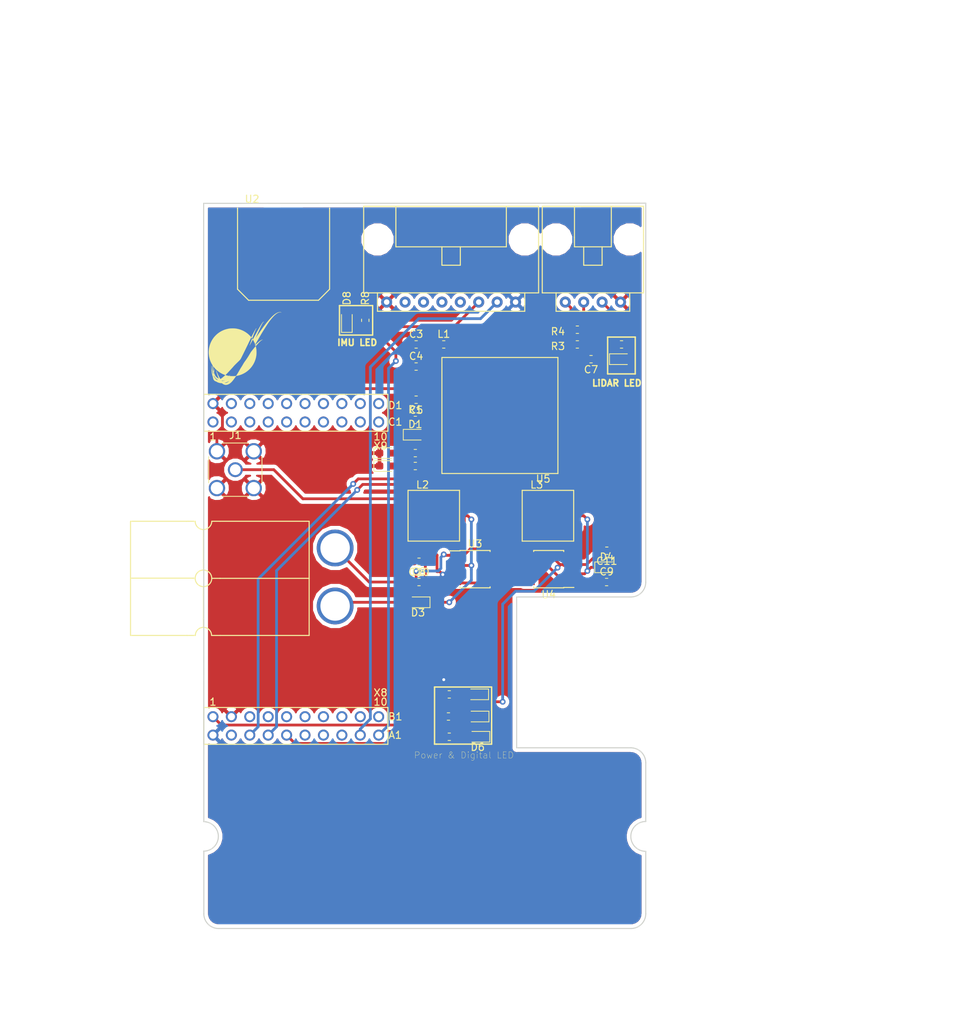
<source format=kicad_pcb>
(kicad_pcb (version 20171130) (host pcbnew "(5.0.0)")
  (layers (0 F.Cu signal) (31 B.Cu signal) (34 B.Paste user) (35 F.Paste user) (36 B.SilkS user) (37 F.SilkS user) (38 B.Mask user) (39 F.Mask user) (44 Edge.Cuts user))
  (net 0 "")
  (net 1 GND)
  (net 2 VBACKUP)
  (net 3 INT2AG)
  (net 4 INT1AG)
  (net 5 INTM)
  (net 6 DRDYM)
  (net 7 +3V3)
  (net 8 "Net-(D1-Pad2)")
  (net 9 "Net-(D2-Pad2)")
  (net 10 "Net-(R1-Pad1)")
  (net 11 "Net-(U1-PadPE4)")
  (net 12 "Net-(U1-PadPE5)")
  (net 13 "Net-(U1-PadPD3)")
  (net 14 "SCL(0)")
  (net 15 "SDA(0)")
  (net 16 "Net-(U1-PadPE0)")
  (net 17 "Net-(U1-PadPE1)")
  (net 18 "Net-(U1-PadPE2)")
  (net 19 "Net-(U1-PadPE3)")
  (net 20 "Net-(U1-PadPD7)")
  (net 21 "Net-(U1-PadPA6)")
  (net 22 "Net-(U1-PadPM4)")
  (net 23 "Net-(U1-PadPM5)")
  (net 24 "Net-(U1-PadPM3)")
  (net 25 "Net-(U1-PadPH2)")
  (net 26 "Net-(U1-PadPH3)")
  (net 27 "Net-(U1-PadRese)")
  (net 28 "Net-(U1-PadPD1)")
  (net 29 "Net-(U1-PadPD0)")
  (net 30 "Net-(U1-PadPN2)")
  (net 31 "Net-(U1-PadPN3)")
  (net 32 "Net-(U1-PadPP2)")
  (net 33 "Net-(U5-Pad2)")
  (net 34 "Net-(U5-Pad6)")
  (net 35 "Net-(U5-Pad7)")
  (net 36 "Net-(U5-Pad14)")
  (net 37 "Net-(U5-Pad15)")
  (net 38 "Net-(U5-Pad16)")
  (net 39 "Net-(U5-Pad17)")
  (net 40 "Net-(U5-Pad18)")
  (net 41 "Net-(U5-Pad20)")
  (net 42 +5V)
  (net 43 LIDAR_SCL)
  (net 44 LIDAR_SDA)
  (net 45 "Net-(C3-Pad2)")
  (net 46 "Net-(C8-Pad1)")
  (net 47 "Net-(C10-Pad1)")
  (net 48 "Net-(D3-Pad1)")
  (net 49 "Net-(D4-Pad1)")
  (net 50 "Net-(D5-Pad2)")
  (net 51 "Net-(D6-Pad2)")
  (net 52 "Net-(D7-Pad2)")
  (net 53 "Net-(D8-Pad2)")
  (net 54 "Net-(D9-Pad2)")
  (net 55 "Net-(D10-Pad2)")
  (net 56 /EXAnt)
  (net 57 "TivaRX(7)")
  (net 58 "TivaTX(7)")
  (net 59 "Net-(U1-PadPC7)")
  (net 60 "Net-(U5-Pad13)")
  (net 61 Error_LED)
  (module Capacitor_SMD:C_0603_1608Metric_Pad1.05x0.95mm_HandSolder (layer F.Cu) (at 144.526 71.882)
    (fp_text reference C3 (at 0 -1.43) (layer F.SilkS))
    (fp_text value 1uF)
    (pad 1 smd roundrect (at -0.875 0) (size 1.05 0.95) (layers F.Cu F.Paste F.Mask) (net 1 GND))
    (pad 2 smd roundrect (at 0.875 0) (size 1.05 0.95) (layers F.Cu F.Paste F.Mask) (net 45 "Net-(C3-Pad2)"))
  )
  (module Capacitor_SMD:C_0603_1608Metric_Pad1.05x0.95mm_HandSolder (layer F.Cu) (at 144.526 74.93)
    (fp_text reference C4 (at 0 -1.43) (layer F.SilkS))
    (fp_text value 0.01uF)
    (pad 2 smd roundrect (at 0.875 0) (size 1.05 0.95) (layers F.Cu F.Paste F.Mask) (net 45 "Net-(C3-Pad2)"))
    (pad 1 smd roundrect (at -0.875 0) (size 1.05 0.95) (layers F.Cu F.Paste F.Mask) (net 1 GND))
  )
  (module Capacitor_SMD:C_0603_1608Metric_Pad1.05x0.95mm_HandSolder (layer F.Cu) (at 144.526 79.502 180)
    (fp_text reference C5 (at 0 -1.43 180) (layer F.SilkS))
    (fp_text value 1uF)
    (pad 2 smd roundrect (at 0.875 0 180) (size 1.05 0.95) (layers F.Cu F.Paste F.Mask) (net 1 GND))
    (pad 1 smd roundrect (at -0.875 0 180) (size 1.05 0.95) (layers F.Cu F.Paste F.Mask) (net 2 VBACKUP))
  )
  (module Capacitor_SMD:C_0603_1608Metric_Pad1.05x0.95mm_HandSolder (layer F.Cu) (at 168.656 73.914 180)
    (fp_text reference C7 (at 0 -1.43 180) (layer F.SilkS))
    (fp_text value 680uF)
    (pad 1 smd roundrect (at -0.875 0 180) (size 1.05 0.95) (layers F.Cu F.Paste F.Mask) (net 1 GND))
    (pad 2 smd roundrect (at 0.875 0 180) (size 1.05 0.95) (layers F.Cu F.Paste F.Mask) (net 42 +5V))
  )
  (module Capacitor_SMD:C_0603_1608Metric_Pad1.05x0.95mm_HandSolder (layer F.Cu) (at 144.921 104.648)
    (fp_text reference C8 (at 0 -1.43) (layer F.SilkS))
    (fp_text value 10u)
    (pad 1 smd roundrect (at -0.875 0) (size 1.05 0.95) (layers F.Cu F.Paste F.Mask) (net 46 "Net-(C8-Pad1)"))
    (pad 2 smd roundrect (at 0.875 0) (size 1.05 0.95) (layers F.Cu F.Paste F.Mask) (net 47 "Net-(C10-Pad1)"))
  )
  (module Capacitor_SMD:C_0603_1608Metric_Pad1.05x0.95mm_HandSolder (layer F.Cu) (at 170.801 104.648)
    (fp_text reference C9 (at 0 -1.43) (layer F.SilkS))
    (fp_text value 10u)
    (pad 1 smd roundrect (at -0.875 0) (size 1.05 0.95) (layers F.Cu F.Paste F.Mask) (net 46 "Net-(C8-Pad1)"))
    (pad 2 smd roundrect (at 0.875 0) (size 1.05 0.95) (layers F.Cu F.Paste F.Mask) (net 1 GND))
  )
  (module Capacitor_SMD:C_0603_1608Metric_Pad1.05x0.95mm_HandSolder (layer F.Cu) (at 144.921 101.854 180)
    (fp_text reference C10 (at 0 -1.43 180) (layer F.SilkS))
    (fp_text value 10u)
    (pad 2 smd roundrect (at 0.875 0 180) (size 1.05 0.95) (layers F.Cu F.Paste F.Mask) (net 7 +3V3))
    (pad 1 smd roundrect (at -0.875 0 180) (size 1.05 0.95) (layers F.Cu F.Paste F.Mask) (net 47 "Net-(C10-Pad1)"))
  )
  (module Capacitor_SMD:C_0603_1608Metric_Pad1.05x0.95mm_HandSolder (layer F.Cu) (at 170.829 100.33 180)
    (fp_text reference C11 (at 0 -1.43 180) (layer F.SilkS))
    (fp_text value 10u)
    (pad 2 smd roundrect (at 0.875 0 180) (size 1.05 0.95) (layers F.Cu F.Paste F.Mask) (net 42 +5V))
    (pad 1 smd roundrect (at -0.875 0 180) (size 1.05 0.95) (layers F.Cu F.Paste F.Mask) (net 1 GND))
  )
  (module MRDT_Connectors:Anderson_2_Horisontal_Side_by_Side (layer F.Cu) (at 129.7686 112.013)
    (fp_text reference Conn1 hide)
    (fp_text value AndersonPP)
    (pad 1 thru_hole circle (at 3.5814 -4.063) (size 5.08 5.08) (drill 4.06) (layers *.Cu *.Mask F.Paste) (net 47 "Net-(C10-Pad1)"))
    (pad 2 thru_hole circle (at 3.5814 -12.064) (size 5.08 5.08) (drill 4.06) (layers *.Cu *.Mask F.Paste) (net 46 "Net-(C8-Pad1)"))
  )
  (module MRDT_Connectors:MOLEX_SL_04_Horizontal (layer F.Cu) (at 168.91 66.04)
    (fp_text reference Conn2 hide)
    (fp_text value LiDAR)
    (pad 1 thru_hole circle (at -3.81 0) (size 1.524 1.524) (drill 0.762) (layers *.Cu *.Mask) (net 42 +5V))
    (pad 2 thru_hole circle (at -1.27 0) (size 1.524 1.524) (drill 0.762) (layers *.Cu *.Mask) (net 43 LIDAR_SCL))
    (pad 3 thru_hole circle (at 1.27 0) (size 1.524 1.524) (drill 0.762) (layers *.Cu *.Mask) (net 44 LIDAR_SDA))
    (pad 4 thru_hole circle (at 3.81 0) (size 1.524 1.524) (drill 0.762) (layers *.Cu *.Mask) (net 1 GND))
    (pad "" np_thru_hole circle (at -5.08 -8.636) (size 3.45 3.45) (drill 3.45) (layers *.Cu *.Mask))
    (pad "" np_thru_hole circle (at 5.08 -8.636) (size 3.45 3.45) (drill 3.45) (layers *.Cu *.Mask))
  )
  (module MRDT_Connectors:MOLEX_SL_08_Horizontal (layer F.Cu) (at 149.352 66.04)
    (fp_text reference Conn3 hide)
    (fp_text value Molex_SL_08)
    (pad 1 thru_hole circle (at -8.89 0) (size 1.524 1.524) (drill 0.762) (layers *.Cu *.Mask) (net 1 GND))
    (pad 2 thru_hole circle (at -6.35 0) (size 1.524 1.524) (drill 0.762) (layers *.Cu *.Mask) (net 3 INT2AG))
    (pad 3 thru_hole circle (at -3.81 0) (size 1.524 1.524) (drill 0.762) (layers *.Cu *.Mask) (net 4 INT1AG))
    (pad 4 thru_hole circle (at -1.27 0) (size 1.524 1.524) (drill 0.762) (layers *.Cu *.Mask) (net 5 INTM))
    (pad 5 thru_hole circle (at 1.27 0) (size 1.524 1.524) (drill 0.762) (layers *.Cu *.Mask) (net 6 DRDYM))
    (pad "" np_thru_hole circle (at -10.16 -8.636) (size 3.45 3.45) (drill 3.45) (layers *.Cu *.Mask))
    (pad "" np_thru_hole circle (at 10.16 -8.636) (size 3.45 3.45) (drill 3.45) (layers *.Cu *.Mask))
    (pad 6 thru_hole circle (at 3.81 0) (size 1.524 1.524) (drill 0.762) (layers *.Cu *.Mask) (net 15 "SDA(0)"))
    (pad 7 thru_hole circle (at 6.35 0) (size 1.524 1.524) (drill 0.762) (layers *.Cu *.Mask) (net 14 "SCL(0)"))
    (pad 8 thru_hole circle (at 8.89 0) (size 1.524 1.524) (drill 0.762) (layers *.Cu *.Mask) (net 7 +3V3))
  )
  (module LED_SMD:LED_0603_1608Metric_Pad1.05x0.95mm_HandSolder (layer F.Cu) (at 144.413 84.328)
    (fp_text reference D1 (at 0 -1.43) (layer F.SilkS))
    (fp_text value FIX)
    (pad 2 smd roundrect (at 0.875 0) (size 1.05 0.95) (layers F.Cu F.Paste F.Mask) (net 8 "Net-(D1-Pad2)"))
    (pad 1 smd roundrect (at -0.875 0) (size 1.05 0.95) (layers F.Cu F.Paste F.Mask) (net 1 GND))
  )
  (module LED_SMD:LED_0603_1608Metric_Pad1.05x0.95mm_HandSolder (layer F.Cu) (at 152.857921 120.1335 180)
    (fp_text reference D2 hide)
    (fp_text value PWR)
    (pad 1 smd roundrect (at -0.875 0 180) (size 1.05 0.95) (layers F.Cu F.Paste F.Mask) (net 1 GND))
    (pad 2 smd roundrect (at 0.875 0 180) (size 1.05 0.95) (layers F.Cu F.Paste F.Mask) (net 9 "Net-(D2-Pad2)"))
  )
  (module Diode_SMD:D_0603_1608Metric_Pad1.05x0.95mm_HandSolder (layer F.Cu) (at 144.78 107.442 180)
    (fp_text reference D3 (at 0 -1.43 180) (layer F.SilkS))
    (fp_text value D_Schottky)
    (pad 2 smd roundrect (at 0.875 0 180) (size 1.05 0.95) (layers F.Cu F.Paste F.Mask) (net 47 "Net-(C10-Pad1)"))
    (pad 1 smd roundrect (at -0.875 0 180) (size 1.05 0.95) (layers F.Cu F.Paste F.Mask) (net 48 "Net-(D3-Pad1)"))
  )
  (module Diode_SMD:D_0603_1608Metric_Pad1.05x0.95mm_HandSolder (layer F.Cu) (at 170.829 102.616)
    (fp_text reference D4 (at 0 -1.43) (layer F.SilkS))
    (fp_text value D_Schottky)
    (pad 1 smd roundrect (at -0.875 0) (size 1.05 0.95) (layers F.Cu F.Paste F.Mask) (net 49 "Net-(D4-Pad1)"))
    (pad 2 smd roundrect (at 0.875 0) (size 1.05 0.95) (layers F.Cu F.Paste F.Mask) (net 1 GND))
  )
  (module LED_SMD:LED_0603_1608Metric_Pad1.05x0.95mm_HandSolder (layer F.Cu) (at 152.908 123.19 180)
    (fp_text reference D5 hide)
    (fp_text value PWR)
    (pad 2 smd roundrect (at 0.875 0 180) (size 1.05 0.95) (layers F.Cu F.Paste F.Mask) (net 50 "Net-(D5-Pad2)"))
    (pad 1 smd roundrect (at -0.875 0 180) (size 1.05 0.95) (layers F.Cu F.Paste F.Mask) (net 1 GND))
  )
  (module LED_SMD:LED_0603_1608Metric_Pad1.05x0.95mm_HandSolder (layer F.Cu) (at 153.021 125.984 180)
    (fp_text reference D6 (at 0 -1.43 180) (layer F.SilkS))
    (fp_text value PWR)
    (pad 2 smd roundrect (at 0.875 0 180) (size 1.05 0.95) (layers F.Cu F.Paste F.Mask) (net 51 "Net-(D6-Pad2)"))
    (pad 1 smd roundrect (at -0.875 0 180) (size 1.05 0.95) (layers F.Cu F.Paste F.Mask) (net 1 GND))
  )
  (module LED_SMD:LED_0603_1608Metric_Pad1.05x0.95mm_HandSolder (layer F.Cu) (at 172.861 73.914)
    (fp_text reference D7 hide)
    (fp_text value PWR)
    (pad 2 smd roundrect (at 0.875 0) (size 1.05 0.95) (layers F.Cu F.Paste F.Mask) (net 52 "Net-(D7-Pad2)"))
    (pad 1 smd roundrect (at -0.875 0) (size 1.05 0.95) (layers F.Cu F.Paste F.Mask) (net 1 GND))
  )
  (module LED_SMD:LED_0603_1608Metric_Pad1.05x0.95mm_HandSolder (layer F.Cu) (at 134.969237 68.556709 90)
    (fp_text reference D8 (at 3.048 0 90) (layer F.SilkS))
    (fp_text value PWR)
    (pad 1 smd roundrect (at -0.875 0 90) (size 1.05 0.95) (layers F.Cu F.Paste F.Mask) (net 1 GND))
    (pad 2 smd roundrect (at 0.875 0 90) (size 1.05 0.95) (layers F.Cu F.Paste F.Mask) (net 53 "Net-(D8-Pad2)"))
  )
  (module LED_SMD:LED_0603_1608Metric_Pad1.05x0.95mm_HandSolder (layer F.Cu) (at 140.349 88.646)
    (fp_text reference D9 hide)
    (fp_text value PWR)
    (pad 1 smd roundrect (at -0.875 0) (size 1.05 0.95) (layers F.Cu F.Paste F.Mask) (net 1 GND))
    (pad 2 smd roundrect (at 0.875 0) (size 1.05 0.95) (layers F.Cu F.Paste F.Mask) (net 54 "Net-(D9-Pad2)"))
  )
  (module LED_SMD:LED_0603_1608Metric_Pad1.05x0.95mm_HandSolder (layer F.Cu) (at 140.349 86.868)
    (fp_text reference D10 hide)
    (fp_text value PWR)
    (pad 1 smd roundrect (at -0.875 0) (size 1.05 0.95) (layers F.Cu F.Paste F.Mask) (net 1 GND))
    (pad 2 smd roundrect (at 0.875 0) (size 1.05 0.95) (layers F.Cu F.Paste F.Mask) (net 55 "Net-(D10-Pad2)"))
  )
  (module Connector_Coaxial:SMA_Amphenol_132134-16_Vertical (layer F.Cu) (at 119.5832 89.154)
    (fp_text reference J1 (at 0 -4.75) (layer F.SilkS))
    (fp_text value Conn_Coaxial)
    (pad 1 thru_hole circle (at 0 0) (size 2.05 2.05) (drill 1.5) (layers *.Cu *.Mask) (net 56 /EXAnt))
    (pad 2 thru_hole circle (at 2.54 2.54) (size 2.25 2.25) (drill 1.7) (layers *.Cu *.Mask) (net 1 GND))
    (pad 2 thru_hole circle (at 2.54 -2.54) (size 2.25 2.25) (drill 1.7) (layers *.Cu *.Mask) (net 1 GND))
    (pad 2 thru_hole circle (at -2.54 -2.54) (size 2.25 2.25) (drill 1.7) (layers *.Cu *.Mask) (net 1 GND))
    (pad 2 thru_hole circle (at -2.54 2.54) (size 2.25 2.25) (drill 1.7) (layers *.Cu *.Mask) (net 1 GND))
  )
  (module Inductor_SMD:L_0603_1608Metric_Pad1.05x0.95mm_HandSolder (layer F.Cu) (at 148.336 71.882)
    (fp_text reference L1 (at 0 -1.43) (layer F.SilkS))
    (fp_text value INDUCTOR)
    (pad 1 smd roundrect (at -0.875 0) (size 1.05 0.95) (layers F.Cu F.Paste F.Mask) (net 7 +3V3))
    (pad 2 smd roundrect (at 0.875 0) (size 1.05 0.95) (layers F.Cu F.Paste F.Mask) (net 45 "Net-(C3-Pad2)"))
  )
  (module MRDT_Passives:ETQ-P4M470YFN_Inductor (layer F.Cu) (at 146.96 95.504 180)
    (fp_text reference L2 (at 1.5494 4.2672 180) (layer F.SilkS))
    (fp_text value 47u)
    (pad 2 smd rect (at 2.9 0 180) (size 3 3.6) (layers F.Cu F.Paste F.Mask) (net 7 +3V3))
    (pad 1 smd rect (at -2.9 0 180) (size 3 3.6) (layers F.Cu F.Paste F.Mask) (net 48 "Net-(D3-Pad1)"))
  )
  (module MRDT_Passives:ETQ-P4M470YFN_Inductor (layer F.Cu) (at 162.708 95.504 180)
    (fp_text reference L3 (at 1.5494 4.2672 180) (layer F.SilkS))
    (fp_text value 47u)
    (pad 1 smd rect (at -2.9 0 180) (size 3 3.6) (layers F.Cu F.Paste F.Mask) (net 49 "Net-(D4-Pad1)"))
    (pad 2 smd rect (at 2.9 0 180) (size 3 3.6) (layers F.Cu F.Paste F.Mask) (net 42 +5V))
  )
  (module Resistor_SMD:R_0603_1608Metric_Pad1.05x0.95mm_HandSolder (layer F.Cu) (at 144.413 82.296)
    (fp_text reference R1 (at 0 -1.43) (layer F.SilkS))
    (fp_text value 1K)
    (pad 1 smd roundrect (at -0.875 0) (size 1.05 0.95) (layers F.Cu F.Paste F.Mask) (net 10 "Net-(R1-Pad1)"))
    (pad 2 smd roundrect (at 0.875 0) (size 1.05 0.95) (layers F.Cu F.Paste F.Mask) (net 8 "Net-(D1-Pad2)"))
  )
  (module Resistor_SMD:R_0603_1608Metric_Pad1.05x0.95mm_HandSolder (layer F.Cu) (at 149.098 120.142)
    (fp_text reference R2 hide)
    (fp_text value 500)
    (pad 1 smd roundrect (at -0.875 0) (size 1.05 0.95) (layers F.Cu F.Paste F.Mask) (net 7 +3V3))
    (pad 2 smd roundrect (at 0.875 0) (size 1.05 0.95) (layers F.Cu F.Paste F.Mask) (net 9 "Net-(D2-Pad2)"))
  )
  (module Resistor_SMD:R_0603_1608Metric_Pad1.05x0.95mm_HandSolder (layer F.Cu) (at 166.765 71.882)
    (fp_text reference R3 (at -2.681 0.254) (layer F.SilkS))
    (fp_text value 4.7K)
    (pad 1 smd roundrect (at -0.875 0) (size 1.05 0.95) (layers F.Cu F.Paste F.Mask) (net 42 +5V))
    (pad 2 smd roundrect (at 0.875 0) (size 1.05 0.95) (layers F.Cu F.Paste F.Mask) (net 44 LIDAR_SDA))
  )
  (module Resistor_SMD:R_0603_1608Metric_Pad1.05x0.95mm_HandSolder (layer F.Cu) (at 166.765 69.85 180)
    (fp_text reference R4 (at 2.681 -0.254 180) (layer F.SilkS))
    (fp_text value 4.7K)
    (pad 2 smd roundrect (at 0.875 0 180) (size 1.05 0.95) (layers F.Cu F.Paste F.Mask) (net 42 +5V))
    (pad 1 smd roundrect (at -0.875 0 180) (size 1.05 0.95) (layers F.Cu F.Paste F.Mask) (net 43 LIDAR_SCL))
  )
  (module Resistor_SMD:R_0603_1608Metric_Pad1.05x0.95mm_HandSolder (layer F.Cu) (at 148.985 123.19)
    (fp_text reference R5 hide)
    (fp_text value 500)
    (pad 1 smd roundrect (at -0.875 0) (size 1.05 0.95) (layers F.Cu F.Paste F.Mask) (net 42 +5V))
    (pad 2 smd roundrect (at 0.875 0) (size 1.05 0.95) (layers F.Cu F.Paste F.Mask) (net 50 "Net-(D5-Pad2)"))
  )
  (module Resistor_SMD:R_0603_1608Metric_Pad1.05x0.95mm_HandSolder (layer F.Cu) (at 149.098 125.984)
    (fp_text reference R6 hide)
    (fp_text value 500)
    (pad 1 smd roundrect (at -0.875 0) (size 1.05 0.95) (layers F.Cu F.Paste F.Mask) (net 61 Error_LED))
    (pad 2 smd roundrect (at 0.875 0) (size 1.05 0.95) (layers F.Cu F.Paste F.Mask) (net 51 "Net-(D6-Pad2)"))
  )
  (module Resistor_SMD:R_0603_1608Metric_Pad1.05x0.95mm_HandSolder (layer F.Cu) (at 172.861 71.882)
    (fp_text reference R7 hide)
    (fp_text value 500)
    (pad 2 smd roundrect (at 0.875 0) (size 1.05 0.95) (layers F.Cu F.Paste F.Mask) (net 52 "Net-(D7-Pad2)"))
    (pad 1 smd roundrect (at -0.875 0) (size 1.05 0.95) (layers F.Cu F.Paste F.Mask) (net 44 LIDAR_SDA))
  )
  (module Resistor_SMD:R_0603_1608Metric_Pad1.05x0.95mm_HandSolder (layer F.Cu) (at 137.509237 68.556709 90)
    (fp_text reference R8 (at 3.048 0 90) (layer F.SilkS))
    (fp_text value 500)
    (pad 2 smd roundrect (at 0.875 0 90) (size 1.05 0.95) (layers F.Cu F.Paste F.Mask) (net 53 "Net-(D8-Pad2)"))
    (pad 1 smd roundrect (at -0.875 0 90) (size 1.05 0.95) (layers F.Cu F.Paste F.Mask) (net 15 "SDA(0)"))
  )
  (module Resistor_SMD:R_0603_1608Metric_Pad1.05x0.95mm_HandSolder (layer F.Cu) (at 144.413 88.646 180)
    (fp_text reference R9 hide)
    (fp_text value 500)
    (pad 2 smd roundrect (at 0.875 0 180) (size 1.05 0.95) (layers F.Cu F.Paste F.Mask) (net 54 "Net-(D9-Pad2)"))
    (pad 1 smd roundrect (at -0.875 0 180) (size 1.05 0.95) (layers F.Cu F.Paste F.Mask) (net 57 "TivaRX(7)"))
  )
  (module Resistor_SMD:R_0603_1608Metric_Pad1.05x0.95mm_HandSolder (layer F.Cu) (at 144.413 86.868 180)
    (fp_text reference R10 hide)
    (fp_text value 500)
    (pad 2 smd roundrect (at 0.875 0 180) (size 1.05 0.95) (layers F.Cu F.Paste F.Mask) (net 55 "Net-(D10-Pad2)"))
    (pad 1 smd roundrect (at -0.875 0 180) (size 1.05 0.95) (layers F.Cu F.Paste F.Mask) (net 58 "TivaTX(7)"))
  )
  (module MRDT_Shields:TM4C129E_Launchpad_X9 (layer F.Cu) (at 115.230601 127.024401)
    (fp_text reference U1 hide)
    (fp_text value ~ hide)
    (fp_text user A1 (at 26.416 -1.27 180) (layer F.SilkS))
    (fp_text user B1 (at 26.416 -3.81 180) (layer F.SilkS))
    (fp_text user D1 (at 26.416 -46.736 180) (layer F.SilkS))
    (fp_text user C1 (at 26.416 -44.45 180) (layer F.SilkS))
    (fp_text user X8 (at 24.384 -7.112 180) (layer F.SilkS))
    (fp_text user X9 (at 24.384 -41.148 180) (layer F.SilkS))
    (fp_text user 10 (at 24.384 -5.842 180) (layer F.SilkS))
    (fp_text user 1 (at 1.27 -5.842 180) (layer F.SilkS))
    (fp_text user 10 (at 24.384 -42.418 180) (layer F.SilkS))
    (fp_text user 1 (at 1.27 -42.418 180) (layer F.SilkS))
    (pad PP2 thru_hole circle (at 24.13 -46.99 180) (size 1.52 1.52) (drill 1) (layers *.Cu *.Mask F.Paste) (net 32 "Net-(U1-PadPP2)"))
    (pad PN3 thru_hole circle (at 21.59 -46.99 180) (size 1.52 1.52) (drill 1) (layers *.Cu *.Mask F.Paste) (net 31 "Net-(U1-PadPN3)"))
    (pad PN2 thru_hole circle (at 19.05 -46.99 180) (size 1.52 1.52) (drill 1) (layers *.Cu *.Mask F.Paste) (net 30 "Net-(U1-PadPN2)"))
    (pad PD0 thru_hole circle (at 16.51 -46.99 180) (size 1.52 1.52) (drill 1) (layers *.Cu *.Mask F.Paste) (net 29 "Net-(U1-PadPD0)"))
    (pad PD1 thru_hole circle (at 13.97 -46.99 180) (size 1.52 1.52) (drill 1) (layers *.Cu *.Mask F.Paste) (net 28 "Net-(U1-PadPD1)"))
    (pad Rese thru_hole circle (at 11.43 -46.99 180) (size 1.52 1.52) (drill 1) (layers *.Cu *.Mask F.Paste) (net 27 "Net-(U1-PadRese)"))
    (pad PH3 thru_hole circle (at 8.89 -46.99 180) (size 1.52 1.52) (drill 1) (layers *.Cu *.Mask F.Paste) (net 26 "Net-(U1-PadPH3)"))
    (pad PH2 thru_hole circle (at 6.35 -46.99 180) (size 1.52 1.52) (drill 1) (layers *.Cu *.Mask F.Paste) (net 25 "Net-(U1-PadPH2)"))
    (pad PM3 thru_hole circle (at 3.81 -46.99 180) (size 1.52 1.52) (drill 1) (layers *.Cu *.Mask F.Paste) (net 24 "Net-(U1-PadPM3)"))
    (pad GND thru_hole circle (at 1.27 -46.99 180) (size 1.52 1.52) (drill 1) (layers *.Cu *.Mask F.Paste) (net 1 GND))
    (pad PL3 thru_hole circle (at 24.13 -44.45 180) (size 1.52 1.52) (drill 1) (layers *.Cu *.Mask F.Paste))
    (pad PL2 thru_hole circle (at 21.59 -44.45 180) (size 1.52 1.52) (drill 1) (layers *.Cu *.Mask F.Paste))
    (pad PL1 thru_hole circle (at 19.05 -44.45 180) (size 1.52 1.52) (drill 1) (layers *.Cu *.Mask F.Paste))
    (pad PL0 thru_hole circle (at 16.51 -44.45 180) (size 1.52 1.52) (drill 1) (layers *.Cu *.Mask F.Paste))
    (pad PL5 thru_hole circle (at 13.97 -44.45 180) (size 1.52 1.52) (drill 1) (layers *.Cu *.Mask F.Paste))
    (pad PL4 thru_hole circle (at 11.43 -44.45 180) (size 1.52 1.52) (drill 1) (layers *.Cu *.Mask F.Paste))
    (pad PG0 thru_hole circle (at 8.89 -44.45 180) (size 1.52 1.52) (drill 1) (layers *.Cu *.Mask F.Paste))
    (pad PF3 thru_hole circle (at 6.35 -44.45 180) (size 1.52 1.52) (drill 1) (layers *.Cu *.Mask F.Paste))
    (pad PF2 thru_hole circle (at 3.81 -44.45 180) (size 1.52 1.52) (drill 1) (layers *.Cu *.Mask F.Paste))
    (pad PF1 thru_hole circle (at 1.27 -44.45 180) (size 1.52 1.52) (drill 1) (layers *.Cu *.Mask F.Paste))
    (pad PB3 thru_hole circle (at 24.13 -1.27 180) (size 1.52 1.52) (drill 1) (layers *.Cu *.Mask F.Paste) (net 15 "SDA(0)"))
    (pad PB2 thru_hole circle (at 21.59 -1.27 180) (size 1.52 1.52) (drill 1) (layers *.Cu *.Mask F.Paste) (net 14 "SCL(0)"))
    (pad PC7 thru_hole circle (at 19.05 -1.27 180) (size 1.52 1.52) (drill 1) (layers *.Cu *.Mask F.Paste) (net 59 "Net-(U1-PadPC7)"))
    (pad PD3 thru_hole circle (at 16.51 -1.27 180) (size 1.52 1.52) (drill 1) (layers *.Cu *.Mask F.Paste) (net 13 "Net-(U1-PadPD3)"))
    (pad PE5 thru_hole circle (at 13.97 -1.27 180) (size 1.52 1.52) (drill 1) (layers *.Cu *.Mask F.Paste) (net 12 "Net-(U1-PadPE5)"))
    (pad PC6 thru_hole circle (at 11.43 -1.27 180) (size 1.52 1.52) (drill 1) (layers *.Cu *.Mask F.Paste) (net 61 Error_LED))
    (pad PC5 thru_hole circle (at 8.89 -1.27 180) (size 1.52 1.52) (drill 1) (layers *.Cu *.Mask F.Paste) (net 58 "TivaTX(7)"))
    (pad PC4 thru_hole circle (at 6.35 -1.27 180) (size 1.52 1.52) (drill 1) (layers *.Cu *.Mask F.Paste) (net 57 "TivaRX(7)"))
    (pad PE4 thru_hole circle (at 3.81 -1.27 180) (size 1.52 1.52) (drill 1) (layers *.Cu *.Mask F.Paste) (net 11 "Net-(U1-PadPE4)"))
    (pad +3V3 thru_hole circle (at 1.27 -1.27 180) (size 1.52 1.52) (drill 1) (layers *.Cu *.Mask F.Paste) (net 7 +3V3))
    (pad PM5 thru_hole circle (at 24.13 -3.81 180) (size 1.52 1.52) (drill 1) (layers *.Cu *.Mask F.Paste) (net 23 "Net-(U1-PadPM5)"))
    (pad PM4 thru_hole circle (at 21.59 -3.81 180) (size 1.52 1.52) (drill 1) (layers *.Cu *.Mask F.Paste) (net 22 "Net-(U1-PadPM4)"))
    (pad PA6 thru_hole circle (at 19.05 -3.81 180) (size 1.52 1.52) (drill 1) (layers *.Cu *.Mask F.Paste) (net 21 "Net-(U1-PadPA6)"))
    (pad PD7 thru_hole circle (at 16.51 -3.81 180) (size 1.52 1.52) (drill 1) (layers *.Cu *.Mask F.Paste) (net 20 "Net-(U1-PadPD7)"))
    (pad PE3 thru_hole circle (at 13.97 -3.81 180) (size 1.52 1.52) (drill 1) (layers *.Cu *.Mask F.Paste) (net 19 "Net-(U1-PadPE3)"))
    (pad PE2 thru_hole circle (at 11.43 -3.81 180) (size 1.52 1.52) (drill 1) (layers *.Cu *.Mask F.Paste) (net 18 "Net-(U1-PadPE2)"))
    (pad PE1 thru_hole circle (at 8.89 -3.81 180) (size 1.52 1.52) (drill 1) (layers *.Cu *.Mask F.Paste) (net 17 "Net-(U1-PadPE1)"))
    (pad PE0 thru_hole circle (at 6.35 -3.81 180) (size 1.52 1.52) (drill 1) (layers *.Cu *.Mask F.Paste) (net 16 "Net-(U1-PadPE0)"))
    (pad GND thru_hole circle (at 3.81 -3.81 180) (size 1.52 1.52) (drill 1) (layers *.Cu *.Mask F.Paste) (net 1 GND))
    (pad +5V thru_hole circle (at 1.27 -3.81 180) (size 1.52 1.52) (drill 1) (layers *.Cu *.Mask F.Paste) (net 42 +5V))
  )
  (module MRDT_Connectors:CR1220_Battery_Holder (layer F.Cu) (at 126.238 58.166 180)
    (fp_text reference U2 (at 4.3434 6.3246 180) (layer F.SilkS))
    (fp_text value 12mm_Coin_Battery_Cell_Holder)
    (pad 1 smd rect (at -7.62 0 180) (size 2.54 6.35) (layers F.Cu F.Paste F.Mask) (net 2 VBACKUP))
    (pad 1 smd rect (at 7.62 0 180) (size 2.54 6.35) (layers F.Cu F.Paste F.Mask) (net 2 VBACKUP))
    (pad 2 smd circle (at 0 0 180) (size 10.16 10.16) (layers F.Cu F.Paste F.Mask) (net 1 GND))
  )
  (module Package_SO:SOIC-8_3.9x4.9mm_P1.27mm (layer F.Cu) (at 152.654 102.87)
    (fp_text reference U3 (at 0 -3.5) (layer F.SilkS))
    (fp_text value AP1059)
    (pad 8 smd rect (at 2.7 -1.905) (size 1.55 0.6) (layers F.Cu F.Paste F.Mask) (net 47 "Net-(C10-Pad1)"))
    (pad 7 smd rect (at 2.7 -0.635) (size 1.55 0.6) (layers F.Cu F.Paste F.Mask) (net 47 "Net-(C10-Pad1)"))
    (pad 6 smd rect (at 2.7 0.635) (size 1.55 0.6) (layers F.Cu F.Paste F.Mask) (net 47 "Net-(C10-Pad1)"))
    (pad 5 smd rect (at 2.7 1.905) (size 1.55 0.6) (layers F.Cu F.Paste F.Mask) (net 47 "Net-(C10-Pad1)"))
    (pad 4 smd rect (at -2.7 1.905) (size 1.55 0.6) (layers F.Cu F.Paste F.Mask) (net 47 "Net-(C10-Pad1)"))
    (pad 3 smd rect (at -2.7 0.635) (size 1.55 0.6) (layers F.Cu F.Paste F.Mask) (net 7 +3V3))
    (pad 2 smd rect (at -2.7 -0.635) (size 1.55 0.6) (layers F.Cu F.Paste F.Mask) (net 48 "Net-(D3-Pad1)"))
    (pad 1 smd rect (at -2.7 -1.905) (size 1.55 0.6) (layers F.Cu F.Paste F.Mask) (net 46 "Net-(C8-Pad1)"))
  )
  (module Package_SO:SOIC-8_3.9x4.9mm_P1.27mm (layer F.Cu) (at 162.814 102.87 180)
    (fp_text reference U4 (at 0 -3.5 180) (layer F.SilkS))
    (fp_text value AP1059)
    (pad 1 smd rect (at -2.7 -1.905 180) (size 1.55 0.6) (layers F.Cu F.Paste F.Mask) (net 46 "Net-(C8-Pad1)"))
    (pad 2 smd rect (at -2.7 -0.635 180) (size 1.55 0.6) (layers F.Cu F.Paste F.Mask) (net 49 "Net-(D4-Pad1)"))
    (pad 3 smd rect (at -2.7 0.635 180) (size 1.55 0.6) (layers F.Cu F.Paste F.Mask) (net 42 +5V))
    (pad 4 smd rect (at -2.7 1.905 180) (size 1.55 0.6) (layers F.Cu F.Paste F.Mask) (net 1 GND))
    (pad 5 smd rect (at 2.7 1.905 180) (size 1.55 0.6) (layers F.Cu F.Paste F.Mask) (net 1 GND))
    (pad 6 smd rect (at 2.7 0.635 180) (size 1.55 0.6) (layers F.Cu F.Paste F.Mask) (net 1 GND))
    (pad 7 smd rect (at 2.7 -0.635 180) (size 1.55 0.6) (layers F.Cu F.Paste F.Mask) (net 1 GND))
    (pad 8 smd rect (at 2.7 -1.905 180) (size 1.55 0.6) (layers F.Cu F.Paste F.Mask) (net 47 "Net-(C10-Pad1)"))
  )
  (module MRDT_Sensors:FGPMMOPA6H (layer F.Cu) (at 148.082 74.93)
    (fp_text reference U5 (at 13.97 15.494) (layer F.SilkS))
    (fp_text value FGPMMOPA6H)
    (pad 1 smd rect (at 0 0 90) (size 1 2) (layers F.Cu F.Paste F.Mask) (net 45 "Net-(C3-Pad2)"))
    (pad 2 smd rect (at 0 1.5 90) (size 1 2) (layers F.Cu F.Paste F.Mask) (net 33 "Net-(U5-Pad2)"))
    (pad 3 smd rect (at 0 3 90) (size 1 2) (layers F.Cu F.Paste F.Mask) (net 1 GND))
    (pad 4 smd rect (at 0 4.5 90) (size 1 2) (layers F.Cu F.Paste F.Mask) (net 2 VBACKUP))
    (pad 5 smd rect (at 0 6 90) (size 1 2) (layers F.Cu F.Paste F.Mask) (net 10 "Net-(R1-Pad1)"))
    (pad 6 smd rect (at 0 7.5 90) (size 1 2) (layers F.Cu F.Paste F.Mask) (net 34 "Net-(U5-Pad6)"))
    (pad 7 smd rect (at 0 9 90) (size 1 2) (layers F.Cu F.Paste F.Mask) (net 35 "Net-(U5-Pad7)"))
    (pad 8 smd rect (at 0 10.5 90) (size 1 2) (layers F.Cu F.Paste F.Mask) (net 1 GND))
    (pad 9 smd rect (at 0 12 90) (size 1 2) (layers F.Cu F.Paste F.Mask) (net 58 "TivaTX(7)"))
    (pad 10 smd rect (at 0 13.5 90) (size 1 2) (layers F.Cu F.Paste F.Mask) (net 57 "TivaRX(7)"))
    (pad 11 smd rect (at 16.165634 13.729608 270) (size 1 2) (layers F.Cu F.Paste F.Mask) (net 56 /EXAnt))
    (pad 12 smd rect (at 16.165634 12.229608 270) (size 1 2) (layers F.Cu F.Paste F.Mask) (net 1 GND))
    (pad 13 smd rect (at 16.165634 10.729608 270) (size 1 2) (layers F.Cu F.Paste F.Mask) (net 60 "Net-(U5-Pad13)"))
    (pad 14 smd rect (at 16.165634 9.229608 270) (size 1 2) (layers F.Cu F.Paste F.Mask) (net 36 "Net-(U5-Pad14)"))
    (pad 15 smd rect (at 16.165634 7.729608 270) (size 1 2) (layers F.Cu F.Paste F.Mask) (net 37 "Net-(U5-Pad15)"))
    (pad 16 smd rect (at 16.165634 6.229608 270) (size 1 2) (layers F.Cu F.Paste F.Mask) (net 38 "Net-(U5-Pad16)"))
    (pad 17 smd rect (at 16.165634 4.729608 270) (size 1 2) (layers F.Cu F.Paste F.Mask) (net 39 "Net-(U5-Pad17)"))
    (pad 18 smd rect (at 16.165634 3.229608 270) (size 1 2) (layers F.Cu F.Paste F.Mask) (net 40 "Net-(U5-Pad18)"))
    (pad 19 smd rect (at 16.165634 1.729608 270) (size 1 2) (layers F.Cu F.Paste F.Mask) (net 1 GND))
    (pad 20 smd rect (at 16.165634 0.229608 270) (size 1 2) (layers F.Cu F.Paste F.Mask) (net 41 "Net-(U5-Pad20)"))
  )
  (module MRDT_Silkscreens:MRDT_Logo_10mm (layer F.Cu) (at 120.9294 72.4408)
    (fp_text reference G*** hide)
    (fp_text value LOGO hide)
  )
  (gr_line (start 115.2398 150.3934) (end 115.2398 141.7574) (layer Edge.Cuts) (width 0.15))
  (gr_line (start 117.7544 152.4254) (end 117.2718 152.4254) (layer Edge.Cuts) (width 0.15))
  (gr_arc (start 117.2718 150.3934) (end 115.2398 150.3934) (angle -90) (layer Edge.Cuts) (width 0.15))
  (gr_arc (start 115.2144 139.7254) (end 115.2144 141.7574) (angle -179.2747757) (layer Edge.Cuts) (width 0.15))
  (gr_line (start 115.2144 52.4256) (end 115.2398 137.6934) (layer Edge.Cuts) (width 0.15))
  (gr_line (start 176.1998 52.4002) (end 115.2144 52.4256) (layer Edge.Cuts) (width 0.15))
  (gr_line (start 176.1998 104.6734) (end 176.1998 52.4002) (layer Edge.Cuts) (width 0.15))
  (gr_arc (start 174.1678 104.6734) (end 174.142401 106.705399) (angle -90.71615995) (layer Edge.Cuts) (width 0.15))
  (gr_line (start 158.3944 106.7054) (end 174.1424 106.7054) (layer Edge.Cuts) (width 0.15))
  (gr_line (start 158.3944 127.508) (end 158.3944 106.7054) (layer Edge.Cuts) (width 0.15))
  (gr_line (start 174.1678 127.508) (end 158.3944 127.508) (layer Edge.Cuts) (width 0.15))
  (gr_arc (start 174.1424 129.5654) (end 176.1998 129.5654) (angle -90) (layer Edge.Cuts) (width 0.15))
  (gr_line (start 176.1998 137.668) (end 176.1998 129.5654) (layer Edge.Cuts) (width 0.15))
  (gr_arc (start 176.1998 139.7254) (end 176.1998 137.668) (angle -180) (layer Edge.Cuts) (width 0.15))
  (gr_line (start 176.1998 150.3934) (end 176.1998 141.7828) (layer Edge.Cuts) (width 0.15))
  (gr_arc (start 174.1678 150.3934) (end 174.1678 152.4254) (angle -90) (layer Edge.Cuts) (width 0.15))
  (gr_line (start 117.7798 152.4254) (end 174.1678 152.4254) (layer Edge.Cuts) (width 0.15))
  (gr_text "IMU LED\n" (at 136.398 71.628) (layer F.SilkS) (effects (font (size 0.889 0.889) (thickness 0.22225))))
  (gr_line (start 133.953237 66.524709) (end 138.525237 66.524709) (layer F.SilkS) (width 0.2))
  (gr_line (start 133.953237 70.588709) (end 133.953237 66.524709) (layer F.SilkS) (width 0.2))
  (gr_line (start 138.525237 70.588709) (end 133.953237 70.588709) (layer F.SilkS) (width 0.2))
  (gr_line (start 138.525237 66.524709) (end 138.525237 70.588709) (layer F.SilkS) (width 0.2))
  (gr_text "LiDAR LED" (at 172.212 77.216) (layer F.SilkS) (effects (font (size 0.889 0.889) (thickness 0.22225))))
  (gr_text "Power & Digital LED" (at 151.13 128.524) (layer F.SilkS) (effects (font (size 0.889 0.889) (thickness 0.0381))))
  (gr_line (start 147.066 127) (end 147.32 127) (layer F.SilkS) (width 0.2))
  (gr_line (start 147.066 119.126) (end 147.066 127) (layer F.SilkS) (width 0.2))
  (gr_line (start 154.94 119.126) (end 147.066 119.126) (layer F.SilkS) (width 0.2))
  (gr_line (start 154.94 127) (end 154.94 119.126) (layer F.SilkS) (width 0.2))
  (gr_line (start 147.32 127) (end 154.94 127) (layer F.SilkS) (width 0.2))
  (gr_line (start 170.942 70.866) (end 171.196 70.866) (layer F.SilkS) (width 0.2))
  (gr_line (start 170.942 75.946) (end 170.942 70.866) (layer F.SilkS) (width 0.2))
  (gr_line (start 174.752 75.946) (end 170.942 75.946) (layer F.SilkS) (width 0.2))
  (gr_line (start 174.752 70.866) (end 174.752 75.946) (layer F.SilkS) (width 0.2))
  (gr_line (start 171.196 70.866) (end 174.752 70.866) (layer F.SilkS) (width 0.2))
  (segment (start 117.0432 86.614) (end 117.0432 84.0232) (width 0.381) (layer F.Cu) (net 1))
  (segment (start 117.0432 84.0232) (end 117.8052 83.2612) (width 0.381) (layer F.Cu) (net 1))
  (segment (start 117.8052 81.339) (end 116.500601 80.034401) (width 0.381) (layer F.Cu) (net 1))
  (segment (start 117.8052 83.2612) (end 117.8052 81.339) (width 0.381) (layer F.Cu) (net 1))
  (segment (start 118.618 62.738) (end 118.618 58.166) (width 0.381) (layer F.Cu) (net 2))
  (segment (start 120.142 64.262) (end 118.618 62.738) (width 0.381) (layer F.Cu) (net 2))
  (segment (start 133.858 58.166) (end 133.858 62.738) (width 0.381) (layer F.Cu) (net 2))
  (segment (start 133.858 62.738) (end 132.334 64.262) (width 0.381) (layer F.Cu) (net 2))
  (segment (start 148.01 79.502) (end 148.082 79.43) (width 0.381) (layer F.Cu) (net 2))
  (segment (start 145.401 79.502) (end 148.01 79.502) (width 0.381) (layer F.Cu) (net 2))
  (segment (start 126.238 64.262) (end 120.142 64.262) (width 0.381) (layer F.Cu) (net 2))
  (segment (start 132.334 64.262) (end 126.238 64.262) (width 0.381) (layer F.Cu) (net 2))
  (segment (start 145.401 78.091) (end 145.401 79.502) (width 0.381) (layer F.Cu) (net 2))
  (segment (start 145.288 77.978) (end 145.401 78.091) (width 0.381) (layer F.Cu) (net 2))
  (segment (start 127 77.978) (end 145.288 77.978) (width 0.381) (layer F.Cu) (net 2))
  (segment (start 126.238 64.262) (end 126.238 77.216) (width 0.381) (layer F.Cu) (net 2))
  (segment (start 126.238 77.216) (end 127 77.978) (width 0.381) (layer F.Cu) (net 2))
  (segment (start 147.461 71.882) (end 148.985 70.358) (width 0.381) (layer F.Cu) (net 7))
  (segment (start 153.924 70.358) (end 158.242 66.04) (width 0.381) (layer F.Cu) (net 7))
  (segment (start 148.985 70.358) (end 153.924 70.358) (width 0.381) (layer F.Cu) (net 7))
  (segment (start 144.046 95.518) (end 144.06 95.504) (width 0.381) (layer F.Cu) (net 7))
  (segment (start 149.479 103.505) (end 149.954 103.505) (width 0.381) (layer F.Cu) (net 7))
  (segment (start 144.046 99.568) (end 144.046 95.518) (width 0.381) (layer F.Cu) (net 7))
  (segment (start 144.046 100.076) (end 144.046 99.568) (width 0.381) (layer F.Cu) (net 7))
  (via (at 148.201527 103.61441) (size 0.8) (drill 0.4) (layers F.Cu B.Cu) (net 7))
  (segment (start 149.954 103.505) (end 148.310937 103.505) (width 0.381) (layer F.Cu) (net 7))
  (segment (start 148.310937 103.505) (end 148.201527 103.61441) (width 0.381) (layer F.Cu) (net 7))
  (via (at 148.336 118.11) (size 0.8) (drill 0.4) (layers F.Cu B.Cu) (net 7))
  (segment (start 148.201527 103.61441) (end 148.201527 117.975527) (width 0.381) (layer B.Cu) (net 7))
  (segment (start 148.201527 117.975527) (end 148.336 118.11) (width 0.381) (layer B.Cu) (net 7))
  (segment (start 148.336 120.029) (end 148.223 120.142) (width 0.381) (layer F.Cu) (net 7))
  (segment (start 148.336 118.11) (end 148.336 120.029) (width 0.381) (layer F.Cu) (net 7))
  (segment (start 148.201527 103.61441) (end 147.801528 103.214411) (width 0.381) (layer F.Cu) (net 7))
  (segment (start 147.801528 103.214411) (end 147.410411 103.214411) (width 0.381) (layer F.Cu) (net 7))
  (segment (start 147.410411 103.214411) (end 147.410411 100.928411) (width 0.381) (layer F.Cu) (net 7))
  (segment (start 147.066 100.584) (end 144.046 100.584) (width 0.381) (layer F.Cu) (net 7))
  (segment (start 147.410411 100.928411) (end 147.066 100.584) (width 0.381) (layer F.Cu) (net 7))
  (segment (start 144.046 101.854) (end 144.046 100.584) (width 0.381) (layer F.Cu) (net 7))
  (segment (start 144.046 100.584) (end 144.046 100.076) (width 0.381) (layer F.Cu) (net 7))
  (segment (start 145.288 84.328) (end 145.288 82.296) (width 0.381) (layer F.Cu) (net 8))
  (segment (start 151.974421 120.142) (end 151.982921 120.1335) (width 0.381) (layer F.Cu) (net 9))
  (segment (start 149.973 120.142) (end 151.974421 120.142) (width 0.381) (layer F.Cu) (net 9))
  (segment (start 146.701 80.93) (end 148.082 80.93) (width 0.381) (layer F.Cu) (net 10))
  (segment (start 144.329 80.93) (end 146.701 80.93) (width 0.381) (layer F.Cu) (net 10))
  (segment (start 143.538 81.721) (end 144.329 80.93) (width 0.381) (layer F.Cu) (net 10))
  (segment (start 143.538 82.296) (end 143.538 81.721) (width 0.381) (layer F.Cu) (net 10))
  (segment (start 138.2101 74.995958) (end 144.880058 68.326) (width 0.381) (layer B.Cu) (net 14))
  (segment (start 138.2101 123.527644) (end 138.2101 74.995958) (width 0.381) (layer B.Cu) (net 14))
  (segment (start 136.820601 125.754401) (end 136.820601 124.917143) (width 0.381) (layer B.Cu) (net 14))
  (segment (start 136.820601 124.917143) (end 138.2101 123.527644) (width 0.381) (layer B.Cu) (net 14))
  (segment (start 153.416 68.326) (end 155.702 66.04) (width 0.381) (layer B.Cu) (net 14))
  (segment (start 144.880058 68.326) (end 153.416 68.326) (width 0.381) (layer B.Cu) (net 14))
  (segment (start 137.509237 69.437237) (end 137.509237 69.431709) (width 0.381) (layer F.Cu) (net 15))
  (via (at 141.732 74.168) (size 0.8) (drill 0.4) (layers F.Cu B.Cu) (net 15))
  (segment (start 141.732 74.168) (end 141.732 72.898) (width 0.381) (layer F.Cu) (net 15))
  (segment (start 138.265709 69.431709) (end 137.509237 69.431709) (width 0.381) (layer F.Cu) (net 15))
  (segment (start 141.732 72.898) (end 138.265709 69.431709) (width 0.381) (layer F.Cu) (net 15))
  (segment (start 149.770291 69.431709) (end 153.162 66.04) (width 0.381) (layer F.Cu) (net 15))
  (segment (start 138.265709 69.431709) (end 149.770291 69.431709) (width 0.381) (layer F.Cu) (net 15))
  (segment (start 140.511102 124.6039) (end 139.360601 125.754401) (width 0.381) (layer B.Cu) (net 15))
  (segment (start 140.716 124.399002) (end 140.511102 124.6039) (width 0.381) (layer B.Cu) (net 15))
  (segment (start 141.732 74.168) (end 140.716 75.184) (width 0.381) (layer B.Cu) (net 15))
  (segment (start 140.716 75.184) (end 140.716 124.399002) (width 0.381) (layer B.Cu) (net 15))
  (segment (start 165.89 66.83) (end 165.1 66.04) (width 0.381) (layer F.Cu) (net 42))
  (segment (start 165.89 69.85) (end 165.89 66.83) (width 0.381) (layer F.Cu) (net 42))
  (segment (start 165.89 69.85) (end 165.89 71.882) (width 0.381) (layer F.Cu) (net 42))
  (segment (start 165.89 71.882) (end 165.89 73.434) (width 0.381) (layer F.Cu) (net 42))
  (segment (start 166.37 73.914) (end 167.781 73.914) (width 0.381) (layer F.Cu) (net 42))
  (segment (start 165.89 73.434) (end 166.37 73.914) (width 0.381) (layer F.Cu) (net 42))
  (segment (start 159.808 97.685) (end 159.808 95.504) (width 0.381) (layer F.Cu) (net 42))
  (segment (start 164.358 102.235) (end 159.808 97.685) (width 0.381) (layer F.Cu) (net 42))
  (segment (start 165.514 102.235) (end 164.358 102.235) (width 0.381) (layer F.Cu) (net 42))
  (segment (start 167.781 74.489) (end 167.781 73.914) (width 0.381) (layer F.Cu) (net 42))
  (segment (start 167.781 89.412) (end 167.781 74.489) (width 0.381) (layer F.Cu) (net 42))
  (segment (start 161.689 95.504) (end 167.781 89.412) (width 0.381) (layer F.Cu) (net 42))
  (segment (start 159.808 95.504) (end 161.689 95.504) (width 0.381) (layer F.Cu) (net 42))
  (segment (start 168.049 102.235) (end 169.954 100.33) (width 0.381) (layer F.Cu) (net 42))
  (segment (start 165.514 102.235) (end 168.049 102.235) (width 0.381) (layer F.Cu) (net 42))
  (via (at 164.040968 102.659032) (size 0.8) (drill 0.4) (layers F.Cu B.Cu) (net 42))
  (segment (start 164.358 102.235) (end 164.358 102.342) (width 0.381) (layer F.Cu) (net 42))
  (segment (start 164.358 102.342) (end 164.040968 102.659032) (width 0.381) (layer F.Cu) (net 42))
  (segment (start 164.040968 102.659032) (end 160.782 105.918) (width 0.381) (layer B.Cu) (net 42))
  (segment (start 160.782 105.918) (end 158.242 105.918) (width 0.381) (layer B.Cu) (net 42))
  (segment (start 158.242 105.918) (end 156.464 107.696) (width 0.381) (layer B.Cu) (net 42))
  (via (at 156.464 121.158) (size 0.8) (drill 0.4) (layers F.Cu B.Cu) (net 42))
  (segment (start 156.464 107.696) (end 156.464 121.158) (width 0.381) (layer B.Cu) (net 42))
  (segment (start 150.142 121.158) (end 148.11 123.19) (width 0.381) (layer F.Cu) (net 42))
  (segment (start 156.464 121.158) (end 150.142 121.158) (width 0.381) (layer F.Cu) (net 42))
  (segment (start 117.2606 123.9744) (end 116.500601 123.214401) (width 0.381) (layer F.Cu) (net 42))
  (segment (start 117.651102 124.364902) (end 117.2606 123.9744) (width 0.381) (layer F.Cu) (net 42))
  (segment (start 146.935098 124.364902) (end 117.651102 124.364902) (width 0.381) (layer F.Cu) (net 42))
  (segment (start 148.11 123.19) (end 146.935098 124.364902) (width 0.381) (layer F.Cu) (net 42))
  (segment (start 167.64 67.11763) (end 167.64 69.85) (width 0.381) (layer F.Cu) (net 43))
  (segment (start 167.64 66.04) (end 167.64 67.11763) (width 0.381) (layer F.Cu) (net 43))
  (segment (start 167.64 71.882) (end 171.986 71.882) (width 0.381) (layer F.Cu) (net 44))
  (segment (start 171.986 67.846) (end 170.18 66.04) (width 0.381) (layer F.Cu) (net 44))
  (segment (start 171.986 71.882) (end 171.986 67.846) (width 0.381) (layer F.Cu) (net 44))
  (segment (start 145.401 71.882) (end 145.401 74.93) (width 0.381) (layer F.Cu) (net 45))
  (segment (start 145.401 74.93) (end 148.082 74.93) (width 0.381) (layer F.Cu) (net 45))
  (segment (start 148.082 73.011) (end 149.211 71.882) (width 0.381) (layer F.Cu) (net 45))
  (segment (start 148.082 74.93) (end 148.082 73.011) (width 0.381) (layer F.Cu) (net 45))
  (segment (start 138.049 104.648) (end 133.35 99.949) (width 0.381) (layer F.Cu) (net 46))
  (segment (start 144.046 104.648) (end 138.049 104.648) (width 0.381) (layer F.Cu) (net 46))
  (via (at 148.336 100.838) (size 0.8) (drill 0.4) (layers F.Cu B.Cu) (net 46))
  (segment (start 149.954 100.965) (end 148.463 100.965) (width 0.381) (layer F.Cu) (net 46))
  (segment (start 148.463 100.965) (end 148.336 100.838) (width 0.381) (layer F.Cu) (net 46))
  (segment (start 147.936001 101.237999) (end 147.936001 102.761999) (width 0.381) (layer B.Cu) (net 46))
  (segment (start 148.336 100.838) (end 147.936001 101.237999) (width 0.381) (layer B.Cu) (net 46))
  (via (at 144.526 103.124) (size 0.8) (drill 0.4) (layers F.Cu B.Cu) (net 46))
  (segment (start 147.936001 102.761999) (end 147.574 103.124) (width 0.381) (layer B.Cu) (net 46))
  (segment (start 147.574 103.124) (end 144.526 103.124) (width 0.381) (layer B.Cu) (net 46))
  (segment (start 144.526 104.168) (end 144.046 104.648) (width 0.381) (layer F.Cu) (net 46))
  (segment (start 144.526 103.124) (end 144.526 104.168) (width 0.381) (layer F.Cu) (net 46))
  (segment (start 165.641 104.648) (end 165.514 104.775) (width 0.381) (layer F.Cu) (net 46))
  (segment (start 169.926 104.648) (end 165.641 104.648) (width 0.381) (layer F.Cu) (net 46))
  (segment (start 151.11 100.965) (end 149.954 100.965) (width 0.381) (layer F.Cu) (net 46))
  (segment (start 161.798 100.871098) (end 161.831098 100.871098) (width 0.381) (layer F.Cu) (net 46))
  (segment (start 165.039 104.775) (end 165.514 104.775) (width 0.381) (layer F.Cu) (net 46))
  (segment (start 161.831098 101.567098) (end 165.039 104.775) (width 0.381) (layer F.Cu) (net 46))
  (segment (start 161.831098 100.871098) (end 161.831098 101.567098) (width 0.381) (layer F.Cu) (net 46))
  (segment (start 161.002902 100.076) (end 151.999 100.076) (width 0.381) (layer F.Cu) (net 46))
  (segment (start 151.999 100.076) (end 151.11 100.965) (width 0.381) (layer F.Cu) (net 46))
  (segment (start 161.798 100.871098) (end 161.002902 100.076) (width 0.381) (layer F.Cu) (net 46))
  (segment (start 133.858 107.442) (end 133.35 107.95) (width 0.381) (layer F.Cu) (net 47))
  (segment (start 143.905 107.442) (end 133.858 107.442) (width 0.381) (layer F.Cu) (net 47))
  (segment (start 145.796 101.854) (end 145.796 104.648) (width 0.381) (layer F.Cu) (net 47))
  (segment (start 145.796 105.551) (end 143.905 107.442) (width 0.381) (layer F.Cu) (net 47))
  (segment (start 145.796 104.648) (end 145.796 105.551) (width 0.381) (layer F.Cu) (net 47))
  (segment (start 149.827 104.648) (end 149.954 104.775) (width 0.381) (layer F.Cu) (net 47))
  (segment (start 145.796 104.648) (end 149.827 104.648) (width 0.381) (layer F.Cu) (net 47))
  (segment (start 160.114 104.775) (end 155.354 104.775) (width 0.381) (layer F.Cu) (net 47))
  (segment (start 155.354 100.965) (end 155.354 102.235) (width 0.381) (layer F.Cu) (net 47))
  (segment (start 155.354 102.235) (end 155.354 103.505) (width 0.381) (layer F.Cu) (net 47))
  (segment (start 155.354 103.505) (end 155.354 104.775) (width 0.381) (layer F.Cu) (net 47))
  (segment (start 151.11 104.775) (end 155.354 104.775) (width 0.381) (layer F.Cu) (net 47))
  (segment (start 149.954 104.775) (end 151.11 104.775) (width 0.381) (layer F.Cu) (net 47))
  (via (at 152.146 96.012) (size 0.8) (drill 0.4) (layers F.Cu B.Cu) (net 48))
  (segment (start 149.86 95.504) (end 151.638 95.504) (width 0.381) (layer F.Cu) (net 48))
  (segment (start 151.638 95.504) (end 152.146 96.012) (width 0.381) (layer F.Cu) (net 48))
  (via (at 152.146 102.362) (size 0.8) (drill 0.4) (layers F.Cu B.Cu) (net 48))
  (segment (start 152.146 96.012) (end 152.146 102.362) (width 0.381) (layer B.Cu) (net 48))
  (segment (start 150.081 102.362) (end 149.954 102.235) (width 0.381) (layer F.Cu) (net 48))
  (segment (start 152.146 102.362) (end 150.081 102.362) (width 0.381) (layer F.Cu) (net 48))
  (segment (start 152.146 102.362) (end 152.146 102.927685) (width 0.381) (layer B.Cu) (net 48))
  (via (at 149.098 107.442) (size 0.8) (drill 0.4) (layers F.Cu B.Cu) (net 48))
  (segment (start 152.146 102.927685) (end 152.146 104.394) (width 0.381) (layer B.Cu) (net 48))
  (segment (start 152.146 104.394) (end 149.098 107.442) (width 0.381) (layer B.Cu) (net 48))
  (segment (start 149.098 107.442) (end 145.655 107.442) (width 0.381) (layer F.Cu) (net 48))
  (via (at 168.148 96.012) (size 0.8) (drill 0.4) (layers F.Cu B.Cu) (net 49))
  (segment (start 165.608 95.504) (end 167.64 95.504) (width 0.381) (layer F.Cu) (net 49))
  (segment (start 167.64 95.504) (end 168.148 96.012) (width 0.381) (layer F.Cu) (net 49))
  (via (at 168.148 103.124) (size 0.8) (drill 0.4) (layers F.Cu B.Cu) (net 49))
  (segment (start 168.148 96.012) (end 168.148 103.124) (width 0.381) (layer B.Cu) (net 49))
  (segment (start 167.767 103.505) (end 168.148 103.124) (width 0.381) (layer F.Cu) (net 49))
  (segment (start 165.514 103.505) (end 167.767 103.505) (width 0.381) (layer F.Cu) (net 49))
  (segment (start 168.656 102.616) (end 169.954 102.616) (width 0.381) (layer F.Cu) (net 49))
  (segment (start 168.148 103.124) (end 168.656 102.616) (width 0.381) (layer F.Cu) (net 49))
  (segment (start 152.033 123.19) (end 149.86 123.19) (width 0.381) (layer F.Cu) (net 50))
  (segment (start 149.973 125.984) (end 152.146 125.984) (width 0.381) (layer F.Cu) (net 51))
  (segment (start 173.736 73.914) (end 173.736 71.882) (width 0.381) (layer F.Cu) (net 52))
  (segment (start 137.509237 67.681709) (end 134.969237 67.681709) (width 0.381) (layer F.Cu) (net 53))
  (segment (start 143.538 88.646) (end 141.224 88.646) (width 0.381) (layer F.Cu) (net 54))
  (segment (start 143.538 86.868) (end 141.224 86.868) (width 0.381) (layer F.Cu) (net 55))
  (segment (start 164.247634 89.540608) (end 164.247634 88.659608) (width 0.381) (layer F.Cu) (net 56))
  (segment (start 160.621042 93.1672) (end 164.247634 89.540608) (width 0.381) (layer F.Cu) (net 56))
  (segment (start 128.905 93.1672) (end 160.621042 93.1672) (width 0.381) (layer F.Cu) (net 56))
  (segment (start 119.5832 89.154) (end 124.8918 89.154) (width 0.381) (layer F.Cu) (net 56))
  (segment (start 124.8918 89.154) (end 128.905 93.1672) (width 0.381) (layer F.Cu) (net 56))
  (segment (start 147.866 88.646) (end 148.082 88.43) (width 0.381) (layer F.Cu) (net 57))
  (segment (start 145.288 88.646) (end 147.866 88.646) (width 0.381) (layer F.Cu) (net 57))
  (via (at 135.843299 91.115949) (size 0.8) (drill 0.4) (layers F.Cu B.Cu) (net 57))
  (segment (start 135.4433 91.515948) (end 135.843299 91.115949) (width 0.381) (layer B.Cu) (net 57))
  (segment (start 122.731102 104.228146) (end 135.4433 91.515948) (width 0.381) (layer B.Cu) (net 57))
  (segment (start 122.731102 124.6039) (end 122.731102 104.228146) (width 0.381) (layer B.Cu) (net 57))
  (segment (start 121.580601 125.754401) (end 122.731102 124.6039) (width 0.381) (layer B.Cu) (net 57))
  (segment (start 151.168 88.43) (end 148.082 88.43) (width 0.381) (layer F.Cu) (net 57))
  (segment (start 151.384 88.646) (end 151.168 88.43) (width 0.381) (layer F.Cu) (net 57))
  (segment (start 151.384 89.662) (end 151.384 88.646) (width 0.381) (layer F.Cu) (net 57))
  (segment (start 150.622 90.424) (end 151.384 89.662) (width 0.381) (layer F.Cu) (net 57))
  (segment (start 135.843299 91.115949) (end 136.535248 90.424) (width 0.381) (layer F.Cu) (net 57))
  (segment (start 136.535248 90.424) (end 150.622 90.424) (width 0.381) (layer F.Cu) (net 57))
  (segment (start 148.02 86.868) (end 148.082 86.93) (width 0.381) (layer F.Cu) (net 58))
  (segment (start 145.288 86.868) (end 148.02 86.868) (width 0.381) (layer F.Cu) (net 58))
  (via (at 136.398 91.948) (size 0.8) (drill 0.4) (layers F.Cu B.Cu) (net 58))
  (segment (start 125.271102 103.074898) (end 136.398 91.948) (width 0.381) (layer B.Cu) (net 58))
  (segment (start 124.120601 125.754401) (end 125.271102 124.6039) (width 0.381) (layer B.Cu) (net 58))
  (segment (start 125.271102 124.6039) (end 125.271102 103.074898) (width 0.381) (layer B.Cu) (net 58))
  (segment (start 136.398 91.948) (end 137.16 91.186) (width 0.381) (layer F.Cu) (net 58))
  (segment (start 137.16 91.186) (end 151.13 91.186) (width 0.381) (layer F.Cu) (net 58))
  (segment (start 151.13 91.186) (end 152.146 90.17) (width 0.381) (layer F.Cu) (net 58))
  (segment (start 152.146 90.17) (end 152.146 87.63) (width 0.381) (layer F.Cu) (net 58))
  (segment (start 151.446 86.93) (end 148.082 86.93) (width 0.381) (layer F.Cu) (net 58))
  (segment (start 152.146 87.63) (end 151.446 86.93) (width 0.381) (layer F.Cu) (net 58))
  (segment (start 147.723928 126.483072) (end 148.223 125.984) (width 0.381) (layer F.Cu) (net 61))
  (segment (start 147.302098 126.904902) (end 147.723928 126.483072) (width 0.381) (layer F.Cu) (net 61))
  (segment (start 127.811102 126.904902) (end 147.302098 126.904902) (width 0.381) (layer F.Cu) (net 61))
  (segment (start 126.660601 125.754401) (end 127.811102 126.904902) (width 0.381) (layer F.Cu) (net 61))
  (zone (net 1) (net_name GND) (layer F.Cu) (connect_pads (clearance 0.508)) (min_thickness 0.254) (fill yes (arc_segments 16) (thermal_gap 0.508) (thermal_bridge_width 0.508))
    (polygon (pts (xy 93.98 29.718) (xy 218.948 24.384) (xy 197.612 160.782) (xy 90.678 165.608)))
  )
  (zone (net 7) (net_name +3V3) (layer B.Cu) (connect_pads (clearance 0.508)) (min_thickness 0.254) (fill yes (arc_segments 16) (thermal_gap 0.508) (thermal_bridge_width 0.508))
    (polygon (pts (xy 93.98 30.988) (xy 219.964 27.686) (xy 201.422 159.766) (xy 87.122 159.258)))
  )
)
</source>
